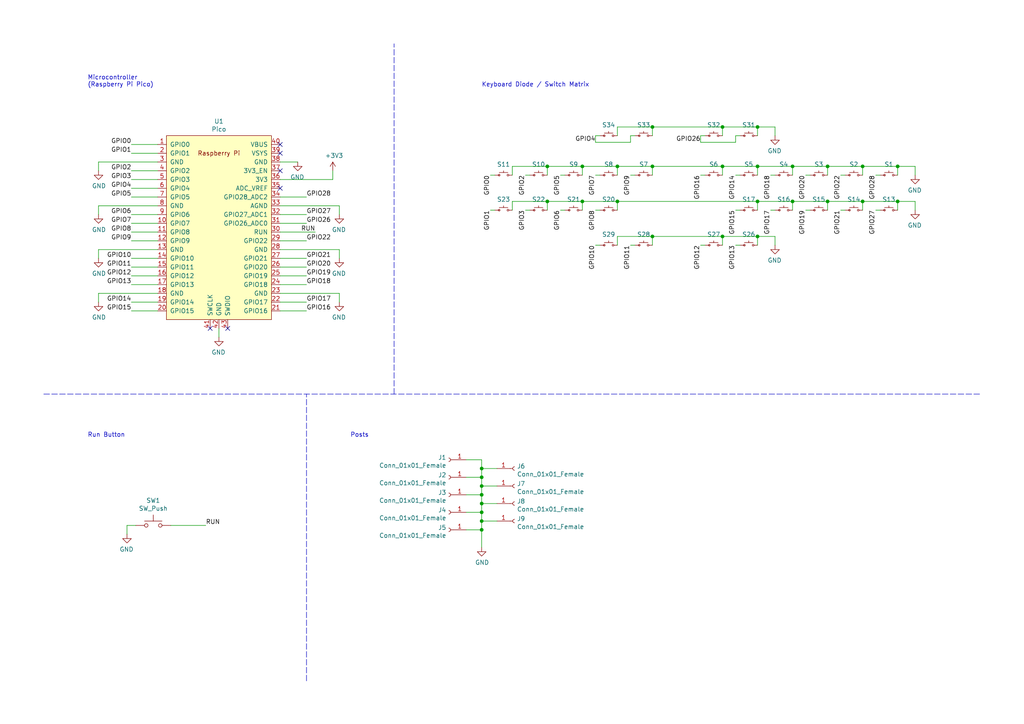
<source format=kicad_sch>
(kicad_sch (version 20211123) (generator eeschema)
  (paper "A4")
  (title_block (title "PicoSteno") (date "2023-01-17") (rev "v1.1.0") (company "Noll Electronics LLC (nolltronics.com)") (comment 2 "v1.1 vs v1.0: Mechanical change in hole placements") (comment 3 "v1.1.0: Moved Pico inwards by 50 mils") (comment 4 "Initial Release: v1.1.0"))
  (lib_symbols
    (symbol "Connector:Conn_01x01_Female" (pin_names (offset 1.016) hide)
      (property "Reference" "J" (at 0 2.54 0))
      (property "Value" "Conn_01x01_Female" (at 0 -2.54 0))
      (symbol "Conn_01x01_Female_1_1"
        (polyline (pts (xy -1.27 0) (xy -0.508 0)) (stroke (width 0.1524)))
        (arc (start 0 0.508) (mid -0.508 0) (end 0 -0.508) (stroke (width 0.1524)))
        (pin passive line (at -5.08 0 0) (length 3.81) (name "Pin_1") (number "1"))
      )
    )
    (symbol "EcoSteno-STM-BK-v0.8-rescue:Kailh_Choc-EcoSteno" (pin_names (offset 1.016))
      (property "Reference" "S" (at 5.08 0 0))
      (property "Value" "Kailh_Choc-EcoSteno" (at 13.97 0 0))
      (symbol "Kailh_Choc-EcoSteno_0_0"
        (pin bidirectional line (at -2.54 0 0) (length 2.3114) hide (name "1") (number "1"))
        (pin bidirectional line (at 2.54 0 180) (length 2.3114) hide (name "2") (number "2"))
      )
      (symbol "Kailh_Choc-EcoSteno_0_1"
        (circle (center -1.27 0) (radius 0.254))
        (polyline (pts (xy -2.54 0) (xy -1.27 0)))
        (polyline (pts (xy -1.27 0.762) (xy 1.27 0.762)))
        (polyline (pts (xy 0 0.762) (xy 0 1.27)))
        (polyline (pts (xy 1.524 0) (xy 2.54 0)))
        (circle (center 1.27 0) (radius 0.254))
      )
    )
    (symbol "MCU_RaspberryPi_and_Boards:Pico" (pin_names (offset 1.016))
      (property "Reference" "U" (at -13.97 27.94 0))
      (property "Value" "Pico" (at 0 19.05 0))
      (symbol "Pico_0_0"
        (text "Raspberry Pi" (at 0 21.59 0) (effects (font (size 1.27 1.27))))
      )
      (symbol "Pico_0_1"
        (rectangle (start -15.24 26.67) (end 15.24 -26.67) (fill (type background)))
      )
      (symbol "Pico_1_1"
        (pin bidirectional line (at -17.78 24.13 0) (length 2.54) (name "GPIO0") (number "1"))
        (pin bidirectional line (at -17.78 1.27 0) (length 2.54) (name "GPIO7") (number "10"))
        (pin bidirectional line (at -17.78 -1.27 0) (length 2.54) (name "GPIO8") (number "11"))
        (pin bidirectional line (at -17.78 -3.81 0) (length 2.54) (name "GPIO9") (number "12"))
        (pin power_in line (at -17.78 -6.35 0) (length 2.54) (name "GND") (number "13"))
        (pin bidirectional line (at -17.78 -8.89 0) (length 2.54) (name "GPIO10") (number "14"))
        (pin bidirectional line (at -17.78 -11.43 0) (length 2.54) (name "GPIO11") (number "15"))
        (pin bidirectional line (at -17.78 -13.97 0) (length 2.54) (name "GPIO12") (number "16"))
        (pin bidirectional line (at -17.78 -16.51 0) (length 2.54) (name "GPIO13") (number "17"))
        (pin power_in line (at -17.78 -19.05 0) (length 2.54) (name "GND") (number "18"))
        (pin bidirectional line (at -17.78 -21.59 0) (length 2.54) (name "GPIO14") (number "19"))
        (pin bidirectional line (at -17.78 21.59 0) (length 2.54) (name "GPIO1") (number "2"))
        (pin bidirectional line (at -17.78 -24.13 0) (length 2.54) (name "GPIO15") (number "20"))
        (pin bidirectional line (at 17.78 -24.13 180) (length 2.54) (name "GPIO16") (number "21"))
        (pin bidirectional line (at 17.78 -21.59 180) (length 2.54) (name "GPIO17") (number "22"))
        (pin power_in line (at 17.78 -19.05 180) (length 2.54) (name "GND") (number "23"))
        (pin bidirectional line (at 17.78 -16.51 180) (length 2.54) (name "GPIO18") (number "24"))
        (pin bidirectional line (at 17.78 -13.97 180) (length 2.54) (name "GPIO19") (number "25"))
        (pin bidirectional line (at 17.78 -11.43 180) (length 2.54) (name "GPIO20") (number "26"))
        (pin bidirectional line (at 17.78 -8.89 180) (length 2.54) (name "GPIO21") (number "27"))
        (pin power_in line (at 17.78 -6.35 180) (length 2.54) (name "GND") (number "28"))
        (pin bidirectional line (at 17.78 -3.81 180) (length 2.54) (name "GPIO22") (number "29"))
        (pin power_in line (at -17.78 19.05 0) (length 2.54) (name "GND") (number "3"))
        (pin input line (at 17.78 -1.27 180) (length 2.54) (name "RUN") (number "30"))
        (pin bidirectional line (at 17.78 1.27 180) (length 2.54) (name "GPIO26_ADC0") (number "31"))
        (pin bidirectional line (at 17.78 3.81 180) (length 2.54) (name "GPIO27_ADC1") (number "32"))
        (pin power_in line (at 17.78 6.35 180) (length 2.54) (name "AGND") (number "33"))
        (pin bidirectional line (at 17.78 8.89 180) (length 2.54) (name "GPIO28_ADC2") (number "34"))
        (pin unspecified line (at 17.78 11.43 180) (length 2.54) (name "ADC_VREF") (number "35"))
        (pin unspecified line (at 17.78 13.97 180) (length 2.54) (name "3V3") (number "36"))
        (pin input line (at 17.78 16.51 180) (length 2.54) (name "3V3_EN") (number "37"))
        (pin bidirectional line (at 17.78 19.05 180) (length 2.54) (name "GND") (number "38"))
        (pin unspecified line (at 17.78 21.59 180) (length 2.54) (name "VSYS") (number "39"))
        (pin bidirectional line (at -17.78 16.51 0) (length 2.54) (name "GPIO2") (number "4"))
        (pin unspecified line (at 17.78 24.13 180) (length 2.54) (name "VBUS") (number "40"))
        (pin input line (at -2.54 -29.21 90) (length 2.54) (name "SWCLK") (number "41"))
        (pin power_in line (at 0 -29.21 90) (length 2.54) (name "GND") (number "42"))
        (pin bidirectional line (at 2.54 -29.21 90) (length 2.54) (name "SWDIO") (number "43"))
        (pin bidirectional line (at -17.78 13.97 0) (length 2.54) (name "GPIO3") (number "5"))
        (pin bidirectional line (at -17.78 11.43 0) (length 2.54) (name "GPIO4") (number "6"))
        (pin bidirectional line (at -17.78 8.89 0) (length 2.54) (name "GPIO5") (number "7"))
        (pin power_in line (at -17.78 6.35 0) (length 2.54) (name "GND") (number "8"))
        (pin bidirectional line (at -17.78 3.81 0) (length 2.54) (name "GPIO6") (number "9"))
      )
    )
    (symbol "Switch:SW_Push" (pin_numbers hide) (pin_names (offset 1.016) hide)
      (property "Reference" "SW" (at 1.27 2.54 0))
      (property "Value" "SW_Push" (at 0 -1.524 0))
      (symbol "SW_Push_0_1"
        (circle (center -2.032 0) (radius 0.508))
        (polyline (pts (xy 0 1.27) (xy 0 3.048)))
        (polyline (pts (xy 2.54 1.27) (xy -2.54 1.27)))
        (circle (center 2.032 0) (radius 0.508))
        (pin passive line (at -5.08 0 0) (length 2.54) (name "1") (number "1"))
        (pin passive line (at 5.08 0 180) (length 2.54) (name "2") (number "2"))
      )
    )
    (symbol "power:+3V3" (power) (pin_names (offset 0))
      (property "Value" "+3V3" (at 0 3.556 0))
      (symbol "+3V3_0_1"
        (polyline (pts (xy -0.762 1.27) (xy 0 2.54)))
        (polyline (pts (xy 0 0) (xy 0 2.54)))
        (polyline (pts (xy 0 2.54) (xy 0.762 1.27)))
      )
      (symbol "+3V3_1_1"
        (pin power_in line (at 0 0 90) (length 0) hide (name "+3V3") (number "1"))
      )
    )
    (symbol "power:GND" (power) (pin_names (offset 0))
      (property "Value" "GND" (at 0 -3.81 0))
      (symbol "GND_0_1"
        (polyline (pts (xy 0 0) (xy 0 -1.27) (xy 1.27 -1.27) (xy 0 -2.54) (xy -1.27 -1.27) (xy 0 -1.27)))
      )
      (symbol "GND_1_1"
        (pin power_in line (at 0 0 270) (length 0) hide (name "GND") (number "1"))
      )
    )
  )
  (junction (at 250.19 58.42))
  (junction (at 168.91 48.26))
  (junction (at 219.71 68.58))
  (junction (at 250.19 48.26))
  (junction (at 158.75 58.42))
  (junction (at 209.55 36.83))
  (junction (at 260.35 58.42))
  (junction (at 139.7 146.05))
  (junction (at 209.55 48.26))
  (junction (at 189.23 48.26))
  (junction (at 168.91 58.42))
  (junction (at 260.35 48.26))
  (junction (at 139.7 151.13))
  (junction (at 219.71 58.42))
  (junction (at 139.7 153.67))
  (junction (at 158.75 48.26))
  (junction (at 139.7 135.89))
  (junction (at 189.23 36.83))
  (junction (at 179.07 58.42))
  (junction (at 240.03 58.42))
  (junction (at 139.7 140.97))
  (junction (at 139.7 138.43))
  (junction (at 229.87 48.26))
  (junction (at 240.03 48.26))
  (junction (at 219.71 36.83))
  (junction (at 229.87 58.42))
  (junction (at 139.7 148.59))
  (junction (at 219.71 48.26))
  (junction (at 209.55 68.58))
  (junction (at 139.7 143.51))
  (junction (at 179.07 48.26))
  (junction (at 189.23 68.58))
  (no_connect (at 81.28 54.61))
  (no_connect (at 81.28 41.91))
  (no_connect (at 81.28 49.53))
  (no_connect (at 66.04 95.25))
  (no_connect (at 60.96 95.25))
  (no_connect (at 81.28 44.45))
  (wire (pts (xy 179.07 71.12) (xy 179.07 68.58)))
  (wire (pts (xy 81.28 64.77) (xy 88.9 64.77)))
  (wire (pts (xy 213.36 39.37) (xy 213.36 41.275)))
  (wire (pts (xy 162.56 60.96) (xy 163.83 60.96)))
  (wire (pts (xy 36.83 152.4) (xy 36.83 154.94)))
  (wire (pts (xy 172.72 41.275) (xy 182.88 41.275)))
  (wire (pts (xy 38.1 82.55) (xy 45.72 82.55)))
  (wire (pts (xy 260.35 50.8) (xy 260.35 48.26)))
  (wire (pts (xy 38.1 87.63) (xy 45.72 87.63)))
  (wire (pts (xy 81.28 82.55) (xy 88.9 82.55)))
  (wire (pts (xy 81.28 85.09) (xy 98.425 85.09)))
  (wire (pts (xy 179.07 48.26) (xy 168.91 48.26)))
  (wire (pts (xy 229.87 60.96) (xy 229.87 58.42)))
  (wire (pts (xy 148.59 60.96) (xy 148.59 58.42)))
  (wire (pts (xy 81.28 57.15) (xy 88.9 57.15)))
  (wire (pts (xy 203.2 39.37) (xy 203.2 41.275)))
  (wire (pts (xy 38.1 52.07) (xy 45.72 52.07)))
  (wire (pts (xy 81.28 90.17) (xy 88.9 90.17)))
  (wire (pts (xy 81.28 67.31) (xy 91.44 67.31)))
  (wire (pts (xy 260.35 58.42) (xy 250.19 58.42)))
  (wire (pts (xy 81.28 46.99) (xy 86.36 46.99)))
  (wire (pts (xy 219.71 50.8) (xy 219.71 48.26)))
  (wire (pts (xy 179.07 58.42) (xy 168.91 58.42)))
  (wire (pts (xy 254 60.96) (xy 255.27 60.96)))
  (wire (pts (xy 38.1 90.17) (xy 45.72 90.17)))
  (wire (pts (xy 81.28 62.23) (xy 88.9 62.23)))
  (wire (pts (xy 189.23 36.83) (xy 179.07 36.83)))
  (wire (pts (xy 219.71 60.96) (xy 219.71 58.42)))
  (wire (pts (xy 158.75 50.8) (xy 158.75 48.26)))
  (wire (pts (xy 265.43 58.42) (xy 265.43 60.96)))
  (wire (pts (xy 152.4 50.8) (xy 153.67 50.8)))
  (wire (pts (xy 38.1 67.31) (xy 45.72 67.31)))
  (wire (pts (xy 142.24 50.8) (xy 143.51 50.8)))
  (wire (pts (xy 189.23 71.12) (xy 189.23 68.58)))
  (wire (pts (xy 254 50.8) (xy 255.27 50.8)))
  (wire (pts (xy 158.75 58.42) (xy 148.59 58.42)))
  (wire (pts (xy 209.55 36.83) (xy 219.71 36.83)))
  (wire (pts (xy 96.52 49.53) (xy 96.52 52.07)))
  (wire (pts (xy 81.28 69.85) (xy 88.9 69.85)))
  (wire (pts (xy 223.52 50.8) (xy 224.79 50.8)))
  (wire (pts (xy 229.87 50.8) (xy 229.87 48.26)))
  (wire (pts (xy 139.7 140.97) (xy 139.7 143.51)))
  (wire (pts (xy 152.4 60.96) (xy 153.67 60.96)))
  (wire (pts (xy 28.575 72.39) (xy 28.575 74.93)))
  (wire (pts (xy 81.28 59.69) (xy 98.425 59.69)))
  (wire (pts (xy 189.23 36.83) (xy 209.55 36.83)))
  (wire (pts (xy 213.36 39.37) (xy 214.63 39.37)))
  (wire (pts (xy 179.07 50.8) (xy 179.07 48.26)))
  (wire (pts (xy 213.36 60.96) (xy 214.63 60.96)))
  (wire (pts (xy 213.36 71.12) (xy 214.63 71.12)))
  (wire (pts (xy 260.35 48.26) (xy 250.19 48.26)))
  (wire (pts (xy 139.7 153.67) (xy 139.7 158.75)))
  (wire (pts (xy 260.35 60.96) (xy 260.35 58.42)))
  (wire (pts (xy 45.72 72.39) (xy 28.575 72.39)))
  (polyline (pts (xy 88.9 197.485) (xy 88.9 114.3)))
  (wire (pts (xy 182.88 71.12) (xy 184.15 71.12)))
  (wire (pts (xy 243.84 50.8) (xy 245.11 50.8)))
  (polyline (pts (xy 12.7 114.3) (xy 284.48 114.3)))
  (wire (pts (xy 229.87 58.42) (xy 219.71 58.42)))
  (wire (pts (xy 233.68 60.96) (xy 234.95 60.96)))
  (wire (pts (xy 38.1 54.61) (xy 45.72 54.61)))
  (wire (pts (xy 172.72 50.8) (xy 173.99 50.8)))
  (wire (pts (xy 172.72 60.96) (xy 173.99 60.96)))
  (wire (pts (xy 38.1 57.15) (xy 45.72 57.15)))
  (wire (pts (xy 144.145 146.05) (xy 139.7 146.05)))
  (wire (pts (xy 38.1 77.47) (xy 45.72 77.47)))
  (wire (pts (xy 135.255 148.59) (xy 139.7 148.59)))
  (wire (pts (xy 260.35 58.42) (xy 265.43 58.42)))
  (wire (pts (xy 81.28 77.47) (xy 88.9 77.47)))
  (wire (pts (xy 240.03 58.42) (xy 229.87 58.42)))
  (wire (pts (xy 179.07 36.83) (xy 179.07 39.37)))
  (wire (pts (xy 135.255 138.43) (xy 139.7 138.43)))
  (wire (pts (xy 45.72 59.69) (xy 28.575 59.69)))
  (wire (pts (xy 158.75 48.26) (xy 148.59 48.26)))
  (wire (pts (xy 243.84 60.96) (xy 245.11 60.96)))
  (wire (pts (xy 233.68 50.8) (xy 234.95 50.8)))
  (wire (pts (xy 139.7 146.05) (xy 139.7 148.59)))
  (wire (pts (xy 38.1 80.01) (xy 45.72 80.01)))
  (wire (pts (xy 144.145 151.13) (xy 139.7 151.13)))
  (wire (pts (xy 162.56 50.8) (xy 163.83 50.8)))
  (wire (pts (xy 182.88 50.8) (xy 184.15 50.8)))
  (wire (pts (xy 139.7 143.51) (xy 139.7 146.05)))
  (wire (pts (xy 168.91 58.42) (xy 158.75 58.42)))
  (wire (pts (xy 219.71 68.58) (xy 224.79 68.58)))
  (wire (pts (xy 49.53 152.4) (xy 59.69 152.4)))
  (wire (pts (xy 219.71 39.37) (xy 219.71 36.83)))
  (wire (pts (xy 179.07 58.42) (xy 219.71 58.42)))
  (wire (pts (xy 203.2 71.12) (xy 204.47 71.12)))
  (wire (pts (xy 224.79 36.83) (xy 224.79 39.37)))
  (wire (pts (xy 168.91 48.26) (xy 158.75 48.26)))
  (wire (pts (xy 189.23 48.26) (xy 209.55 48.26)))
  (wire (pts (xy 98.425 59.69) (xy 98.425 62.23)))
  (wire (pts (xy 209.55 68.58) (xy 219.71 68.58)))
  (wire (pts (xy 81.28 72.39) (xy 98.425 72.39)))
  (wire (pts (xy 203.2 50.8) (xy 204.47 50.8)))
  (wire (pts (xy 38.1 74.93) (xy 45.72 74.93)))
  (wire (pts (xy 38.1 44.45) (xy 45.72 44.45)))
  (wire (pts (xy 209.55 50.8) (xy 209.55 48.26)))
  (wire (pts (xy 168.91 50.8) (xy 168.91 48.26)))
  (wire (pts (xy 189.23 50.8) (xy 189.23 48.26)))
  (wire (pts (xy 81.28 52.07) (xy 96.52 52.07)))
  (wire (pts (xy 213.36 41.275) (xy 203.2 41.275)))
  (wire (pts (xy 250.19 60.96) (xy 250.19 58.42)))
  (wire (pts (xy 219.71 68.58) (xy 219.71 71.12)))
  (wire (pts (xy 139.7 138.43) (xy 139.7 140.97)))
  (wire (pts (xy 189.23 68.58) (xy 209.55 68.58)))
  (wire (pts (xy 36.83 152.4) (xy 39.37 152.4)))
  (wire (pts (xy 28.575 46.99) (xy 28.575 49.53)))
  (wire (pts (xy 223.52 60.96) (xy 224.79 60.96)))
  (wire (pts (xy 219.71 36.83) (xy 224.79 36.83)))
  (wire (pts (xy 28.575 59.69) (xy 28.575 62.23)))
  (wire (pts (xy 139.7 148.59) (xy 139.7 151.13)))
  (wire (pts (xy 28.575 85.09) (xy 28.575 87.63)))
  (wire (pts (xy 38.1 41.91) (xy 45.72 41.91)))
  (wire (pts (xy 179.07 68.58) (xy 189.23 68.58)))
  (wire (pts (xy 182.88 39.37) (xy 184.15 39.37)))
  (wire (pts (xy 135.255 143.51) (xy 139.7 143.51)))
  (wire (pts (xy 172.72 39.37) (xy 173.99 39.37)))
  (wire (pts (xy 240.03 48.26) (xy 229.87 48.26)))
  (wire (pts (xy 81.28 87.63) (xy 88.9 87.63)))
  (wire (pts (xy 229.87 48.26) (xy 219.71 48.26)))
  (wire (pts (xy 179.07 60.96) (xy 179.07 58.42)))
  (wire (pts (xy 209.55 39.37) (xy 209.55 36.83)))
  (wire (pts (xy 135.255 153.67) (xy 139.7 153.67)))
  (wire (pts (xy 45.72 46.99) (xy 28.575 46.99)))
  (wire (pts (xy 139.7 151.13) (xy 139.7 153.67)))
  (wire (pts (xy 148.59 50.8) (xy 148.59 48.26)))
  (wire (pts (xy 203.2 39.37) (xy 204.47 39.37)))
  (wire (pts (xy 182.88 39.37) (xy 182.88 41.275)))
  (wire (pts (xy 38.1 69.85) (xy 45.72 69.85)))
  (wire (pts (xy 98.425 72.39) (xy 98.425 74.93)))
  (wire (pts (xy 172.72 39.37) (xy 172.72 41.275)))
  (wire (pts (xy 265.43 48.26) (xy 265.43 50.8)))
  (wire (pts (xy 135.255 133.35) (xy 139.7 133.35)))
  (wire (pts (xy 38.1 62.23) (xy 45.72 62.23)))
  (wire (pts (xy 38.1 49.53) (xy 45.72 49.53)))
  (wire (pts (xy 250.19 58.42) (xy 240.03 58.42)))
  (wire (pts (xy 139.7 135.89) (xy 139.7 138.43)))
  (wire (pts (xy 45.72 85.09) (xy 28.575 85.09)))
  (wire (pts (xy 144.145 135.89) (xy 139.7 135.89)))
  (polyline (pts (xy 114.3 114.3) (xy 114.3 12.7)))
  (wire (pts (xy 168.91 60.96) (xy 168.91 58.42)))
  (wire (pts (xy 142.24 60.96) (xy 143.51 60.96)))
  (wire (pts (xy 172.72 71.12) (xy 173.99 71.12)))
  (wire (pts (xy 240.03 60.96) (xy 240.03 58.42)))
  (wire (pts (xy 139.7 133.35) (xy 139.7 135.89)))
  (wire (pts (xy 98.425 85.09) (xy 98.425 87.63)))
  (wire (pts (xy 38.1 64.77) (xy 45.72 64.77)))
  (wire (pts (xy 250.19 48.26) (xy 240.03 48.26)))
  (wire (pts (xy 250.19 50.8) (xy 250.19 48.26)))
  (wire (pts (xy 81.28 74.93) (xy 88.9 74.93)))
  (wire (pts (xy 260.35 48.26) (xy 265.43 48.26)))
  (wire (pts (xy 189.23 48.26) (xy 179.07 48.26)))
  (wire (pts (xy 81.28 80.01) (xy 88.9 80.01)))
  (wire (pts (xy 224.79 68.58) (xy 224.79 71.12)))
  (wire (pts (xy 213.36 50.8) (xy 214.63 50.8)))
  (wire (pts (xy 158.75 60.96) (xy 158.75 58.42)))
  (wire (pts (xy 219.71 48.26) (xy 209.55 48.26)))
  (wire (pts (xy 144.145 140.97) (xy 139.7 140.97)))
  (wire (pts (xy 189.23 39.37) (xy 189.23 36.83)))
  (wire (pts (xy 209.55 71.12) (xy 209.55 68.58)))
  (wire (pts (xy 240.03 50.8) (xy 240.03 48.26)))
  (wire (pts (xy 63.5 95.25) (xy 63.5 97.79)))
  (text "Posts" (at 101.6 127 0) (effects (font (size 1.27 1.27)) (justify left bottom)))
  (text "Microcontroller\n(Raspberry Pi Pico)" (at 25.4 25.4 0) (effects (font (size 1.27 1.27)) (justify left bottom)))
  (text "Keyboard Diode / Switch Matrix" (at 139.7 25.4 0) (effects (font (size 1.27 1.27)) (justify left bottom)))
  (text "Run Button" (at 25.4 127 0) (effects (font (size 1.27 1.27)) (justify left bottom)))
  (label "GPIO22" (at 88.9 69.85 0))
  (label "GPIO17" (at 88.9 87.63 0))
  (label "GPIO3" (at 152.4 60.96 270))
  (label "GPIO8" (at 172.72 60.96 270))
  (label "GPIO28" (at 254 50.8 270))
  (label "GPIO5" (at 38.1 57.15 180))
  (label "GPIO6" (at 38.1 62.23 180))
  (label "GPIO26" (at 88.9 64.77 0))
  (label "GPIO15" (at 38.1 90.17 180))
  (label "RUN" (at 59.69 152.4 0))
  (label "GPIO16" (at 203.2 50.8 270))
  (label "GPIO9" (at 38.1 69.85 180))
  (label "GPIO27" (at 254 60.96 270))
  (label "GPIO12" (at 38.1 80.01 180))
  (label "GPIO11" (at 38.1 77.47 180))
  (label "GPIO20" (at 88.9 77.47 0))
  (label "GPIO19" (at 88.9 80.01 0))
  (label "GPIO0" (at 38.1 41.91 180))
  (label "GPIO1" (at 38.1 44.45 180))
  (label "GPIO21" (at 243.84 60.96 270))
  (label "GPIO10" (at 38.1 74.93 180))
  (label "GPIO14" (at 38.1 87.63 180))
  (label "GPIO8" (at 38.1 67.31 180))
  (label "GPIO20" (at 233.68 50.8 270))
  (label "GPIO3" (at 38.1 52.07 180))
  (label "GPIO28" (at 88.9 57.15 0))
  (label "GPIO18" (at 88.9 82.55 0))
  (label "GPIO10" (at 172.72 71.12 270))
  (label "GPIO22" (at 243.84 50.8 270))
  (label "GPIO2" (at 38.1 49.53 180))
  (label "GPIO19" (at 233.68 60.96 270))
  (label "GPIO4" (at 172.72 41.275 180))
  (label "GPIO1" (at 142.24 60.96 270))
  (label "GPIO9" (at 182.88 50.8 270))
  (label "GPIO21" (at 88.9 74.93 0))
  (label "GPIO2" (at 152.4 50.8 270))
  (label "GPIO16" (at 88.9 90.17 0))
  (label "GPIO27" (at 88.9 62.23 0))
  (label "GPIO18" (at 223.52 50.8 270))
  (label "GPIO7" (at 38.1 64.77 180))
  (label "RUN" (at 91.44 67.31 180))
  (label "GPIO17" (at 223.52 60.96 270))
  (label "GPIO4" (at 38.1 54.61 180))
  (label "GPIO0" (at 142.24 50.8 270))
  (label "GPIO15" (at 213.36 60.96 270))
  (label "GPIO14" (at 213.36 50.8 270))
  (label "GPIO13" (at 213.36 71.12 270))
  (label "GPIO7" (at 172.72 50.8 270))
  (label "GPIO6" (at 162.56 60.96 270))
  (label "GPIO5" (at 162.56 50.8 270))
  (label "GPIO11" (at 182.88 71.12 270))
  (label "GPIO26" (at 203.2 41.275 180))
  (label "GPIO13" (at 38.1 82.55 180))
  (label "GPIO12" (at 203.2 71.12 270))
  (symbol (lib_id "power:GND") (at 28.575 49.53 0) (unit 1)
    (property "Reference" "#PWR0102" (effects hide))
    (property "Value" "GND" (at 28.702 53.9242 0))
  )
  (symbol (lib_id "power:+3V3") (at 96.52 49.53 0) (unit 1)
    (property "Reference" "#PWR09" (effects hide))
    (property "Value" "+3V3" (at 96.901 45.1358 0))
  )
  (symbol (lib_id "Switch:SW_Push") (at 44.45 152.4 0) (unit 1)
    (property "Reference" "SW1" (at 44.45 145.161 0))
    (property "Value" "SW_Push" (at 44.45 147.4724 0))
    (property "Footprint" "Button_Switch_THT:SW_PUSH_6mm" (effects hide))
  )
  (symbol (lib_id "EcoSteno-STM-BK-v0.8-rescue:Kailh_Choc-EcoSteno") (at 257.81 50.8 0) (unit 1)
    (property "Reference" "S1" (at 257.81 47.6758 0))
    (property "Value" "Kailh_Choc" (effects hide))
    (property "Footprint" "EcoSteno:Keyswitch_Kailh_Leadside_FrictionSnap" (effects hide))
  )
  (symbol (lib_id "EcoSteno-STM-BK-v0.8-rescue:Kailh_Choc-EcoSteno") (at 247.65 50.8 0) (unit 1)
    (property "Reference" "S2" (at 247.65 47.6758 0))
    (property "Value" "Kailh_Choc" (effects hide))
    (property "Footprint" "EcoSteno:Keyswitch_Kailh_Leadside_FrictionSnap" (effects hide))
  )
  (symbol (lib_id "EcoSteno-STM-BK-v0.8-rescue:Kailh_Choc-EcoSteno") (at 237.49 50.8 0) (unit 1)
    (property "Reference" "S3" (at 237.49 47.6758 0))
    (property "Value" "Kailh_Choc" (effects hide))
    (property "Footprint" "EcoSteno:Keyswitch_Kailh_Leadside_FrictionSnap" (effects hide))
  )
  (symbol (lib_id "EcoSteno-STM-BK-v0.8-rescue:Kailh_Choc-EcoSteno") (at 227.33 50.8 0) (unit 1)
    (property "Reference" "S4" (at 227.33 47.6758 0))
    (property "Value" "Kailh_Choc" (effects hide))
    (property "Footprint" "EcoSteno:Keyswitch_Kailh_Leadside_FrictionSnap" (effects hide))
  )
  (symbol (lib_id "EcoSteno-STM-BK-v0.8-rescue:Kailh_Choc-EcoSteno") (at 217.17 50.8 0) (unit 1)
    (property "Reference" "S5" (at 217.17 47.6758 0))
    (property "Value" "Kailh_Choc" (effects hide))
    (property "Footprint" "EcoSteno:Keyswitch_Kailh_Leadside_FrictionSnap" (effects hide))
  )
  (symbol (lib_id "EcoSteno-STM-BK-v0.8-rescue:Kailh_Choc-EcoSteno") (at 207.01 50.8 0) (unit 1)
    (property "Reference" "S6" (at 207.01 47.6758 0))
    (property "Value" "Kailh_Choc" (effects hide))
    (property "Footprint" "EcoSteno:Keyswitch_Kailh_Leadside_FrictionSnap" (effects hide))
  )
  (symbol (lib_id "EcoSteno-STM-BK-v0.8-rescue:Kailh_Choc-EcoSteno") (at 186.69 50.8 0) (unit 1)
    (property "Reference" "S7" (at 186.69 47.6758 0))
    (property "Value" "Kailh_Choc" (effects hide))
    (property "Footprint" "EcoSteno:Keyswitch_Kailh_Leadside_FrictionSnap" (effects hide))
  )
  (symbol (lib_id "EcoSteno-STM-BK-v0.8-rescue:Kailh_Choc-EcoSteno") (at 176.53 50.8 0) (unit 1)
    (property "Reference" "S8" (at 176.53 47.6758 0))
    (property "Value" "Kailh_Choc" (effects hide))
    (property "Footprint" "EcoSteno:Keyswitch_Kailh_Leadside_FrictionSnap" (effects hide))
  )
  (symbol (lib_id "EcoSteno-STM-BK-v0.8-rescue:Kailh_Choc-EcoSteno") (at 166.37 50.8 0) (unit 1)
    (property "Reference" "S9" (at 166.37 47.6758 0))
    (property "Value" "Kailh_Choc" (effects hide))
    (property "Footprint" "EcoSteno:Keyswitch_Kailh_Leadside_FrictionSnap" (effects hide))
  )
  (symbol (lib_id "EcoSteno-STM-BK-v0.8-rescue:Kailh_Choc-EcoSteno") (at 156.21 50.8 0) (unit 1)
    (property "Reference" "S10" (at 156.21 47.6758 0))
    (property "Value" "Kailh_Choc" (effects hide))
    (property "Footprint" "EcoSteno:Keyswitch_Kailh_Leadside_FrictionSnap" (effects hide))
  )
  (symbol (lib_id "EcoSteno-STM-BK-v0.8-rescue:Kailh_Choc-EcoSteno") (at 146.05 50.8 0) (unit 1)
    (property "Reference" "S11" (at 146.05 47.6758 0))
    (property "Value" "Kailh_Choc" (effects hide))
    (property "Footprint" "EcoSteno:Keyswitch_Kailh_Leadside_FrictionSnap" (effects hide))
  )
  (symbol (lib_id "EcoSteno-STM-BK-v0.8-rescue:Kailh_Choc-EcoSteno") (at 257.81 60.96 0) (unit 1)
    (property "Reference" "S13" (at 257.81 57.8358 0))
    (property "Value" "Kailh_Choc" (effects hide))
    (property "Footprint" "EcoSteno:Keyswitch_Kailh_Leadside_FrictionSnap" (effects hide))
  )
  (symbol (lib_id "EcoSteno-STM-BK-v0.8-rescue:Kailh_Choc-EcoSteno") (at 247.65 60.96 0) (unit 1)
    (property "Reference" "S14" (at 247.65 57.8358 0))
    (property "Value" "Kailh_Choc" (effects hide))
    (property "Footprint" "EcoSteno:Keyswitch_Kailh_Leadside_FrictionSnap" (effects hide))
  )
  (symbol (lib_id "EcoSteno-STM-BK-v0.8-rescue:Kailh_Choc-EcoSteno") (at 237.49 60.96 0) (unit 1)
    (property "Reference" "S15" (at 237.49 57.8358 0))
    (property "Value" "Kailh_Choc" (effects hide))
    (property "Footprint" "EcoSteno:Keyswitch_Kailh_Leadside_FrictionSnap" (effects hide))
  )
  (symbol (lib_id "EcoSteno-STM-BK-v0.8-rescue:Kailh_Choc-EcoSteno") (at 227.33 60.96 0) (unit 1)
    (property "Reference" "S16" (at 227.33 57.8358 0))
    (property "Value" "Kailh_Choc" (effects hide))
    (property "Footprint" "EcoSteno:Keyswitch_Kailh_Leadside_FrictionSnap" (effects hide))
  )
  (symbol (lib_id "EcoSteno-STM-BK-v0.8-rescue:Kailh_Choc-EcoSteno") (at 217.17 60.96 0) (unit 1)
    (property "Reference" "S17" (at 217.17 57.8358 0))
    (property "Value" "Kailh_Choc" (effects hide))
    (property "Footprint" "EcoSteno:Keyswitch_Kailh_Leadside_FrictionSnap" (effects hide))
  )
  (symbol (lib_id "EcoSteno-STM-BK-v0.8-rescue:Kailh_Choc-EcoSteno") (at 176.53 60.96 0) (unit 1)
    (property "Reference" "S20" (at 176.53 57.8358 0))
    (property "Value" "Kailh_Choc" (effects hide))
    (property "Footprint" "EcoSteno:Keyswitch_Kailh_Leadside_FrictionSnap" (effects hide))
  )
  (symbol (lib_id "EcoSteno-STM-BK-v0.8-rescue:Kailh_Choc-EcoSteno") (at 166.37 60.96 0) (unit 1)
    (property "Reference" "S21" (at 166.37 57.8358 0))
    (property "Value" "Kailh_Choc" (effects hide))
    (property "Footprint" "EcoSteno:Keyswitch_Kailh_Leadside_FrictionSnap" (effects hide))
  )
  (symbol (lib_id "EcoSteno-STM-BK-v0.8-rescue:Kailh_Choc-EcoSteno") (at 156.21 60.96 0) (unit 1)
    (property "Reference" "S22" (at 156.21 57.8358 0))
    (property "Value" "Kailh_Choc" (effects hide))
    (property "Footprint" "EcoSteno:Keyswitch_Kailh_Leadside_FrictionSnap" (effects hide))
  )
  (symbol (lib_id "EcoSteno-STM-BK-v0.8-rescue:Kailh_Choc-EcoSteno") (at 146.05 60.96 0) (unit 1)
    (property "Reference" "S23" (at 146.05 57.8358 0))
    (property "Value" "Kailh_Choc" (effects hide))
    (property "Footprint" "EcoSteno:Keyswitch_Kailh_Leadside_FrictionSnap" (effects hide))
  )
  (symbol (lib_id "EcoSteno-STM-BK-v0.8-rescue:Kailh_Choc-EcoSteno") (at 217.17 71.12 0) (unit 1)
    (property "Reference" "S26" (at 217.17 67.9958 0))
    (property "Value" "Kailh_Choc" (effects hide))
    (property "Footprint" "EcoSteno:Keyswitch_Kailh_Leadside_FrictionSnap" (effects hide))
  )
  (symbol (lib_id "EcoSteno-STM-BK-v0.8-rescue:Kailh_Choc-EcoSteno") (at 207.01 71.12 0) (unit 1)
    (property "Reference" "S27" (at 207.01 67.9958 0))
    (property "Value" "Kailh_Choc" (effects hide))
    (property "Footprint" "EcoSteno:Keyswitch_Kailh_Leadside_FrictionSnap" (effects hide))
  )
  (symbol (lib_id "EcoSteno-STM-BK-v0.8-rescue:Kailh_Choc-EcoSteno") (at 186.69 71.12 0) (unit 1)
    (property "Reference" "S28" (at 186.69 67.9958 0))
    (property "Value" "Kailh_Choc" (effects hide))
    (property "Footprint" "EcoSteno:Keyswitch_Kailh_Leadside_FrictionSnap" (effects hide))
  )
  (symbol (lib_id "EcoSteno-STM-BK-v0.8-rescue:Kailh_Choc-EcoSteno") (at 176.53 71.12 0) (unit 1)
    (property "Reference" "S29" (at 176.53 67.9958 0))
    (property "Value" "Kailh_Choc" (effects hide))
    (property "Footprint" "EcoSteno:Keyswitch_Kailh_Leadside_FrictionSnap" (effects hide))
  )
  (symbol (lib_id "EcoSteno-STM-BK-v0.8-rescue:Kailh_Choc-EcoSteno") (at 207.01 39.37 0) (unit 1)
    (property "Reference" "S32" (at 207.01 36.2458 0))
    (property "Value" "Kailh_Choc" (effects hide))
    (property "Footprint" "EcoSteno:Keyswitch_Kailh_Leadside_FrictionSnap" (effects hide))
  )
  (symbol (lib_id "EcoSteno-STM-BK-v0.8-rescue:Kailh_Choc-EcoSteno") (at 176.53 39.37 0) (unit 1)
    (property "Reference" "S34" (at 176.53 36.2458 0))
    (property "Value" "Kailh_Choc" (effects hide))
    (property "Footprint" "EcoSteno:Keyswitch_Kailh_Leadside_FrictionSnap" (effects hide))
  )
  (symbol (lib_id "EcoSteno-STM-BK-v0.8-rescue:Kailh_Choc-EcoSteno") (at 186.69 39.37 0) (unit 1)
    (property "Reference" "S33" (at 186.69 36.2458 0))
    (property "Value" "Kailh_Choc" (effects hide))
    (property "Footprint" "EcoSteno:Keyswitch_Kailh_Leadside_FrictionSnap" (effects hide))
  )
  (symbol (lib_id "EcoSteno-STM-BK-v0.8-rescue:Kailh_Choc-EcoSteno") (at 217.17 39.37 0) (unit 1)
    (property "Reference" "S31" (at 217.17 36.2458 0))
    (property "Value" "Kailh_Choc" (effects hide))
    (property "Footprint" "EcoSteno:Keyswitch_Kailh_Leadside_FrictionSnap" (effects hide))
  )
  (symbol (lib_id "MCU_RaspberryPi_and_Boards:Pico") (at 63.5 66.04 0) (unit 1)
    (property "Reference" "U1" (at 63.5 35.179 0))
    (property "Value" "Pico" (at 63.5 37.4904 0))
    (property "Footprint" "MCU_RaspberryPi_and_Boards:RPi_Pico_SMD_TH" (effects hide))
  )
  (symbol (lib_id "Connector:Conn_01x01_Female") (at 130.175 143.51 0) (mirror y) (unit 1)
    (property "Reference" "J3" (at 129.4638 142.8496 0) (effects (justify left)))
    (property "Value" "Conn_01x01_Female" (at 129.4638 145.161 0) (effects (justify left)))
    (property "Footprint" "EcoSteno:Post" (effects hide))
  )
  (symbol (lib_id "power:GND") (at 224.79 39.37 0) (mirror y) (unit 1)
    (property "Reference" "#PWR0114" (effects hide))
    (property "Value" "GND" (at 224.663 43.7642 0))
  )
  (symbol (lib_id "power:GND") (at 98.425 74.93 0) (mirror y) (unit 1)
    (property "Reference" "#PWR0104" (effects hide))
    (property "Value" "GND" (at 98.298 79.3242 0))
  )
  (symbol (lib_id "power:GND") (at 224.79 71.12 0) (mirror y) (unit 1)
    (property "Reference" "#PWR0113" (effects hide))
    (property "Value" "GND" (at 224.663 75.5142 0))
  )
  (symbol (lib_id "power:GND") (at 139.7 158.75 0) (unit 1)
    (property "Reference" "#PWR0108" (effects hide))
    (property "Value" "GND" (at 139.827 163.1442 0))
  )
  (symbol (lib_id "Connector:Conn_01x01_Female") (at 149.225 140.97 0) (unit 1)
    (property "Reference" "J7" (at 149.9362 140.3096 0) (effects (justify left)))
    (property "Value" "Conn_01x01_Female" (at 149.9362 142.621 0) (effects (justify left)))
    (property "Footprint" "EcoSteno:Post" (effects hide))
  )
  (symbol (lib_id "Connector:Conn_01x01_Female") (at 130.175 153.67 0) (mirror y) (unit 1)
    (property "Reference" "J5" (at 129.4638 153.0096 0) (effects (justify left)))
    (property "Value" "Conn_01x01_Female" (at 129.4638 155.321 0) (effects (justify left)))
    (property "Footprint" "EcoSteno:Post" (effects hide))
  )
  (symbol (lib_id "power:GND") (at 28.575 74.93 0) (unit 1)
    (property "Reference" "#PWR0109" (effects hide))
    (property "Value" "GND" (at 28.702 79.3242 0))
  )
  (symbol (lib_id "Connector:Conn_01x01_Female") (at 130.175 138.43 0) (mirror y) (unit 1)
    (property "Reference" "J2" (at 129.4638 137.7696 0) (effects (justify left)))
    (property "Value" "Conn_01x01_Female" (at 129.4638 140.081 0) (effects (justify left)))
    (property "Footprint" "EcoSteno:Post" (effects hide))
  )
  (symbol (lib_id "Connector:Conn_01x01_Female") (at 149.225 146.05 0) (unit 1)
    (property "Reference" "J8" (at 149.9362 145.3896 0) (effects (justify left)))
    (property "Value" "Conn_01x01_Female" (at 149.9362 147.701 0) (effects (justify left)))
    (property "Footprint" "EcoSteno:Post" (effects hide))
  )
  (symbol (lib_id "Connector:Conn_01x01_Female") (at 130.175 133.35 0) (mirror y) (unit 1)
    (property "Reference" "J1" (at 129.4638 132.6896 0) (effects (justify left)))
    (property "Value" "Conn_01x01_Female" (at 129.4638 135.001 0) (effects (justify left)))
    (property "Footprint" "EcoSteno:Post" (effects hide))
  )
  (symbol (lib_id "power:GND") (at 98.425 62.23 0) (mirror y) (unit 1)
    (property "Reference" "#PWR0105" (effects hide))
    (property "Value" "GND" (at 98.298 66.6242 0))
  )
  (symbol (lib_id "power:GND") (at 36.83 154.94 0) (mirror y) (unit 1)
    (property "Reference" "#PWR0101" (effects hide))
    (property "Value" "GND" (at 36.703 159.3342 0))
  )
  (symbol (lib_id "power:GND") (at 265.43 60.96 0) (mirror y) (unit 1)
    (property "Reference" "#PWR0116" (effects hide))
    (property "Value" "GND" (at 265.303 65.3542 0))
  )
  (symbol (lib_id "Connector:Conn_01x01_Female") (at 130.175 148.59 0) (mirror y) (unit 1)
    (property "Reference" "J4" (at 129.4638 147.9296 0) (effects (justify left)))
    (property "Value" "Conn_01x01_Female" (at 129.4638 150.241 0) (effects (justify left)))
    (property "Footprint" "EcoSteno:Post" (effects hide))
  )
  (symbol (lib_id "power:GND") (at 98.425 87.63 0) (mirror y) (unit 1)
    (property "Reference" "#PWR0103" (effects hide))
    (property "Value" "GND" (at 98.298 92.0242 0))
  )
  (symbol (lib_id "Connector:Conn_01x01_Female") (at 149.225 135.89 0) (unit 1)
    (property "Reference" "J6" (at 149.9362 135.2296 0) (effects (justify left)))
    (property "Value" "Conn_01x01_Female" (at 149.9362 137.541 0) (effects (justify left)))
    (property "Footprint" "EcoSteno:Post" (effects hide))
  )
  (symbol (lib_id "power:GND") (at 86.36 46.99 0) (mirror y) (unit 1)
    (property "Reference" "#PWR0111" (effects hide))
    (property "Value" "GND" (at 86.233 51.3842 0))
  )
  (symbol (lib_id "power:GND") (at 265.43 50.8 0) (mirror y) (unit 1)
    (property "Reference" "#PWR0115" (effects hide))
    (property "Value" "GND" (at 265.303 55.1942 0))
  )
  (symbol (lib_id "power:GND") (at 63.5 97.79 0) (mirror y) (unit 1)
    (property "Reference" "#PWR0112" (effects hide))
    (property "Value" "GND" (at 63.373 102.1842 0))
  )
  (symbol (lib_id "power:GND") (at 28.575 62.23 0) (unit 1)
    (property "Reference" "#PWR0106" (effects hide))
    (property "Value" "GND" (at 28.702 66.6242 0))
  )
  (symbol (lib_id "Connector:Conn_01x01_Female") (at 149.225 151.13 0) (unit 1)
    (property "Reference" "J9" (at 149.9362 150.4696 0) (effects (justify left)))
    (property "Value" "Conn_01x01_Female" (at 149.9362 152.781 0) (effects (justify left)))
    (property "Footprint" "EcoSteno:Post" (effects hide))
  )
  (symbol (lib_id "power:GND") (at 28.575 87.63 0) (unit 1)
    (property "Reference" "#PWR0110" (effects hide))
    (property "Value" "GND" (at 28.702 92.0242 0))
  )
)
</source>
